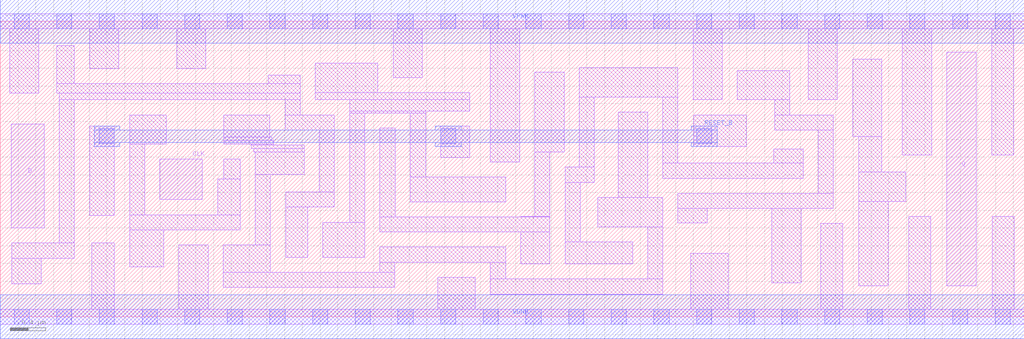
<source format=lef>
# Copyright 2020 The SkyWater PDK Authors
#
# Licensed under the Apache License, Version 2.0 (the "License");
# you may not use this file except in compliance with the License.
# You may obtain a copy of the License at
#
#     https://www.apache.org/licenses/LICENSE-2.0
#
# Unless required by applicable law or agreed to in writing, software
# distributed under the License is distributed on an "AS IS" BASIS,
# WITHOUT WARRANTIES OR CONDITIONS OF ANY KIND, either express or implied.
# See the License for the specific language governing permissions and
# limitations under the License.
#
# SPDX-License-Identifier: Apache-2.0

VERSION 5.7 ;
  NAMESCASESENSITIVE ON ;
  NOWIREEXTENSIONATPIN ON ;
  DIVIDERCHAR "/" ;
  BUSBITCHARS "[]" ;
UNITS
  DATABASE MICRONS 200 ;
END UNITS
MACRO sky130_fd_sc_ms__dfrtp_2
  CLASS CORE ;
  SOURCE USER ;
  FOREIGN sky130_fd_sc_ms__dfrtp_2 ;
  ORIGIN  0.000000  0.000000 ;
  SIZE  11.52000 BY  3.330000 ;
  SYMMETRY X Y R90 ;
  SITE unit ;
  PIN D
    ANTENNAGATEAREA  0.138600 ;
    DIRECTION INPUT ;
    USE SIGNAL ;
    PORT
      LAYER li1 ;
        RECT 0.125000 1.000000 0.495000 2.170000 ;
    END
  END D
  PIN Q
    ANTENNADIFFAREA  0.509600 ;
    DIRECTION OUTPUT ;
    USE SIGNAL ;
    PORT
      LAYER li1 ;
        RECT 10.650000 0.350000 10.980000 2.980000 ;
    END
  END Q
  PIN RESET_B
    ANTENNAGATEAREA  0.415800 ;
    DIRECTION INPUT ;
    USE SIGNAL ;
    PORT
      LAYER met1 ;
        RECT 1.055000 1.920000 1.345000 1.965000 ;
        RECT 1.055000 1.965000 8.065000 2.105000 ;
        RECT 1.055000 2.105000 1.345000 2.150000 ;
        RECT 4.895000 1.920000 5.185000 1.965000 ;
        RECT 4.895000 2.105000 5.185000 2.150000 ;
        RECT 7.775000 1.920000 8.065000 1.965000 ;
        RECT 7.775000 2.105000 8.065000 2.150000 ;
    END
  END RESET_B
  PIN CLK
    ANTENNAGATEAREA  0.312600 ;
    DIRECTION INPUT ;
    USE CLOCK ;
    PORT
      LAYER li1 ;
        RECT 1.795000 1.320000 2.275000 1.775000 ;
        RECT 2.045000 1.775000 2.275000 1.780000 ;
    END
  END CLK
  PIN VGND
    DIRECTION INOUT ;
    USE GROUND ;
    PORT
      LAYER met1 ;
        RECT 0.000000 -0.245000 11.520000 0.245000 ;
    END
  END VGND
  PIN VPWR
    DIRECTION INOUT ;
    USE POWER ;
    PORT
      LAYER met1 ;
        RECT 0.000000 3.085000 11.520000 3.575000 ;
    END
  END VPWR
  OBS
    LAYER li1 ;
      RECT  0.000000 -0.085000 11.520000 0.085000 ;
      RECT  0.000000  3.245000 11.520000 3.415000 ;
      RECT  0.105000  2.520000  0.435000 3.245000 ;
      RECT  0.130000  0.370000  0.460000 0.660000 ;
      RECT  0.130000  0.660000  0.835000 0.830000 ;
      RECT  0.635000  2.520000  3.375000 2.625000 ;
      RECT  0.635000  2.625000  0.835000 3.055000 ;
      RECT  0.665000  0.830000  0.835000 2.445000 ;
      RECT  0.665000  2.445000  3.375000 2.520000 ;
      RECT  1.005000  1.140000  1.285000 2.150000 ;
      RECT  1.005000  2.795000  1.335000 3.245000 ;
      RECT  1.030000  0.085000  1.280000 0.830000 ;
      RECT  1.455000  0.560000  1.840000 0.980000 ;
      RECT  1.455000  0.980000  2.700000 1.150000 ;
      RECT  1.455000  1.150000  1.625000 1.945000 ;
      RECT  1.455000  1.945000  1.865000 2.275000 ;
      RECT  1.985000  2.795000  2.315000 3.245000 ;
      RECT  2.010000  0.085000  2.340000 0.810000 ;
      RECT  2.445000  1.150000  2.700000 1.550000 ;
      RECT  2.510000  0.330000  4.440000 0.500000 ;
      RECT  2.510000  0.500000  3.040000 0.810000 ;
      RECT  2.515000  1.550000  2.700000 1.775000 ;
      RECT  2.515000  1.945000  3.080000 1.985000 ;
      RECT  2.515000  1.985000  3.055000 2.025000 ;
      RECT  2.515000  2.025000  3.035000 2.275000 ;
      RECT  2.825000  1.895000  3.420000 1.935000 ;
      RECT  2.825000  1.935000  3.080000 1.945000 ;
      RECT  2.850000  1.855000  3.420000 1.895000 ;
      RECT  2.870000  0.810000  3.040000 1.605000 ;
      RECT  2.870000  1.605000  3.420000 1.855000 ;
      RECT  3.015000  2.625000  3.375000 2.725000 ;
      RECT  3.205000  2.105000  3.760000 2.275000 ;
      RECT  3.205000  2.275000  3.375000 2.445000 ;
      RECT  3.210000  0.670000  3.460000 1.235000 ;
      RECT  3.210000  1.235000  3.760000 1.405000 ;
      RECT  3.545000  2.445000  5.285000 2.525000 ;
      RECT  3.545000  2.525000  4.250000 2.860000 ;
      RECT  3.590000  1.405000  3.760000 2.105000 ;
      RECT  3.630000  0.670000  4.100000 1.065000 ;
      RECT  3.930000  1.065000  4.100000 2.295000 ;
      RECT  3.930000  2.295000  4.785000 2.320000 ;
      RECT  3.930000  2.320000  5.285000 2.445000 ;
      RECT  4.270000  0.500000  4.440000 0.615000 ;
      RECT  4.270000  0.615000  5.685000 0.785000 ;
      RECT  4.270000  0.955000  6.185000 1.125000 ;
      RECT  4.270000  1.125000  4.445000 2.125000 ;
      RECT  4.420000  2.695000  4.750000 3.245000 ;
      RECT  4.615000  1.295000  5.685000 1.575000 ;
      RECT  4.615000  1.575000  4.785000 2.295000 ;
      RECT  4.920000  0.085000  5.345000 0.445000 ;
      RECT  4.955000  1.795000  5.285000 2.150000 ;
      RECT  5.515000  0.255000  7.455000 0.425000 ;
      RECT  5.515000  0.425000  5.685000 0.615000 ;
      RECT  5.515000  1.745000  5.845000 3.245000 ;
      RECT  5.855000  0.595000  6.185000 0.955000 ;
      RECT  5.855000  1.125000  6.185000 1.130000 ;
      RECT  6.015000  1.130000  6.185000 1.855000 ;
      RECT  6.015000  1.855000  6.345000 2.755000 ;
      RECT  6.355000  0.595000  7.115000 0.845000 ;
      RECT  6.355000  0.845000  6.525000 1.515000 ;
      RECT  6.355000  1.515000  6.685000 1.685000 ;
      RECT  6.515000  1.685000  6.685000 2.475000 ;
      RECT  6.515000  2.475000  7.625000 2.805000 ;
      RECT  6.725000  1.015000  7.455000 1.345000 ;
      RECT  6.955000  1.345000  7.285000 2.305000 ;
      RECT  7.285000  0.425000  7.455000 1.015000 ;
      RECT  7.455000  1.560000  9.035000 1.730000 ;
      RECT  7.455000  1.730000  7.625000 2.475000 ;
      RECT  7.625000  1.060000  7.955000 1.220000 ;
      RECT  7.625000  1.220000  9.375000 1.390000 ;
      RECT  7.770000  0.085000  8.190000 0.715000 ;
      RECT  7.795000  2.445000  8.125000 3.245000 ;
      RECT  7.805000  1.920000  8.395000 2.275000 ;
      RECT  8.295000  2.445000  8.885000 2.775000 ;
      RECT  8.680000  0.385000  9.010000 1.220000 ;
      RECT  8.705000  1.730000  9.035000 1.890000 ;
      RECT  8.715000  2.105000  9.375000 2.275000 ;
      RECT  8.715000  2.275000  8.885000 2.445000 ;
      RECT  9.090000  2.445000  9.420000 3.245000 ;
      RECT  9.205000  1.390000  9.375000 2.105000 ;
      RECT  9.230000  0.085000  9.480000 1.050000 ;
      RECT  9.590000  2.030000  9.920000 2.905000 ;
      RECT  9.660000  0.350000  9.990000 1.300000 ;
      RECT  9.660000  1.300000 10.190000 1.630000 ;
      RECT  9.660000  1.630000  9.920000 2.030000 ;
      RECT 10.150000  1.820000 10.480000 3.245000 ;
      RECT 10.220000  0.085000 10.470000 1.130000 ;
      RECT 11.155000  1.820000 11.405000 3.245000 ;
      RECT 11.160000  0.085000 11.410000 1.130000 ;
    LAYER mcon ;
      RECT  0.155000 -0.085000  0.325000 0.085000 ;
      RECT  0.155000  3.245000  0.325000 3.415000 ;
      RECT  0.635000 -0.085000  0.805000 0.085000 ;
      RECT  0.635000  3.245000  0.805000 3.415000 ;
      RECT  1.115000 -0.085000  1.285000 0.085000 ;
      RECT  1.115000  1.950000  1.285000 2.120000 ;
      RECT  1.115000  3.245000  1.285000 3.415000 ;
      RECT  1.595000 -0.085000  1.765000 0.085000 ;
      RECT  1.595000  3.245000  1.765000 3.415000 ;
      RECT  2.075000 -0.085000  2.245000 0.085000 ;
      RECT  2.075000  3.245000  2.245000 3.415000 ;
      RECT  2.555000 -0.085000  2.725000 0.085000 ;
      RECT  2.555000  3.245000  2.725000 3.415000 ;
      RECT  3.035000 -0.085000  3.205000 0.085000 ;
      RECT  3.035000  3.245000  3.205000 3.415000 ;
      RECT  3.515000 -0.085000  3.685000 0.085000 ;
      RECT  3.515000  3.245000  3.685000 3.415000 ;
      RECT  3.995000 -0.085000  4.165000 0.085000 ;
      RECT  3.995000  3.245000  4.165000 3.415000 ;
      RECT  4.475000 -0.085000  4.645000 0.085000 ;
      RECT  4.475000  3.245000  4.645000 3.415000 ;
      RECT  4.955000 -0.085000  5.125000 0.085000 ;
      RECT  4.955000  1.950000  5.125000 2.120000 ;
      RECT  4.955000  3.245000  5.125000 3.415000 ;
      RECT  5.435000 -0.085000  5.605000 0.085000 ;
      RECT  5.435000  3.245000  5.605000 3.415000 ;
      RECT  5.915000 -0.085000  6.085000 0.085000 ;
      RECT  5.915000  3.245000  6.085000 3.415000 ;
      RECT  6.395000 -0.085000  6.565000 0.085000 ;
      RECT  6.395000  3.245000  6.565000 3.415000 ;
      RECT  6.875000 -0.085000  7.045000 0.085000 ;
      RECT  6.875000  3.245000  7.045000 3.415000 ;
      RECT  7.355000 -0.085000  7.525000 0.085000 ;
      RECT  7.355000  3.245000  7.525000 3.415000 ;
      RECT  7.835000 -0.085000  8.005000 0.085000 ;
      RECT  7.835000  1.950000  8.005000 2.120000 ;
      RECT  7.835000  3.245000  8.005000 3.415000 ;
      RECT  8.315000 -0.085000  8.485000 0.085000 ;
      RECT  8.315000  3.245000  8.485000 3.415000 ;
      RECT  8.795000 -0.085000  8.965000 0.085000 ;
      RECT  8.795000  3.245000  8.965000 3.415000 ;
      RECT  9.275000 -0.085000  9.445000 0.085000 ;
      RECT  9.275000  3.245000  9.445000 3.415000 ;
      RECT  9.755000 -0.085000  9.925000 0.085000 ;
      RECT  9.755000  3.245000  9.925000 3.415000 ;
      RECT 10.235000 -0.085000 10.405000 0.085000 ;
      RECT 10.235000  3.245000 10.405000 3.415000 ;
      RECT 10.715000 -0.085000 10.885000 0.085000 ;
      RECT 10.715000  3.245000 10.885000 3.415000 ;
      RECT 11.195000 -0.085000 11.365000 0.085000 ;
      RECT 11.195000  3.245000 11.365000 3.415000 ;
  END
END sky130_fd_sc_ms__dfrtp_2

</source>
